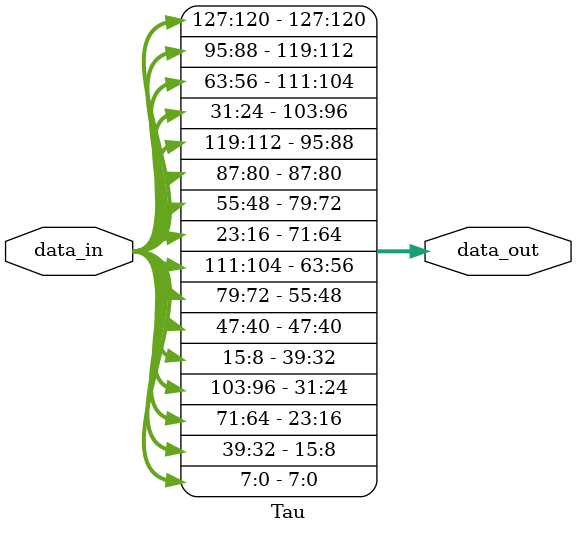
<source format=v>
`timescale 1ns / 1ps

module Tau (
    input  wire [127 : 0] data_in,
    output wire [127 : 0] data_out
);
 
assign data_out [127:120]=data_in [127:120];
assign data_out [119:112]=data_in [95:88];
assign data_out [111:104]=data_in [63:56];
assign data_out [103:96]=data_in [31:24];
assign data_out [95:88]=data_in [119:112];
assign data_out [87:80]=data_in [87:80];
assign data_out [79:72]=data_in [55:48];
assign data_out [71:64]=data_in [23:16];
assign data_out [63:56]=data_in [111:104];
assign data_out [55:48]=data_in [79:72];
assign data_out [47:40]=data_in [47:40];
assign data_out [39:32]=data_in [15:8];
assign data_out [31:24]=data_in [103:96];
assign data_out [23:16]=data_in [71:64];
assign data_out [15:8]=data_in [39:32];
assign data_out [7:0]=data_in [7:0];



endmodule
</source>
